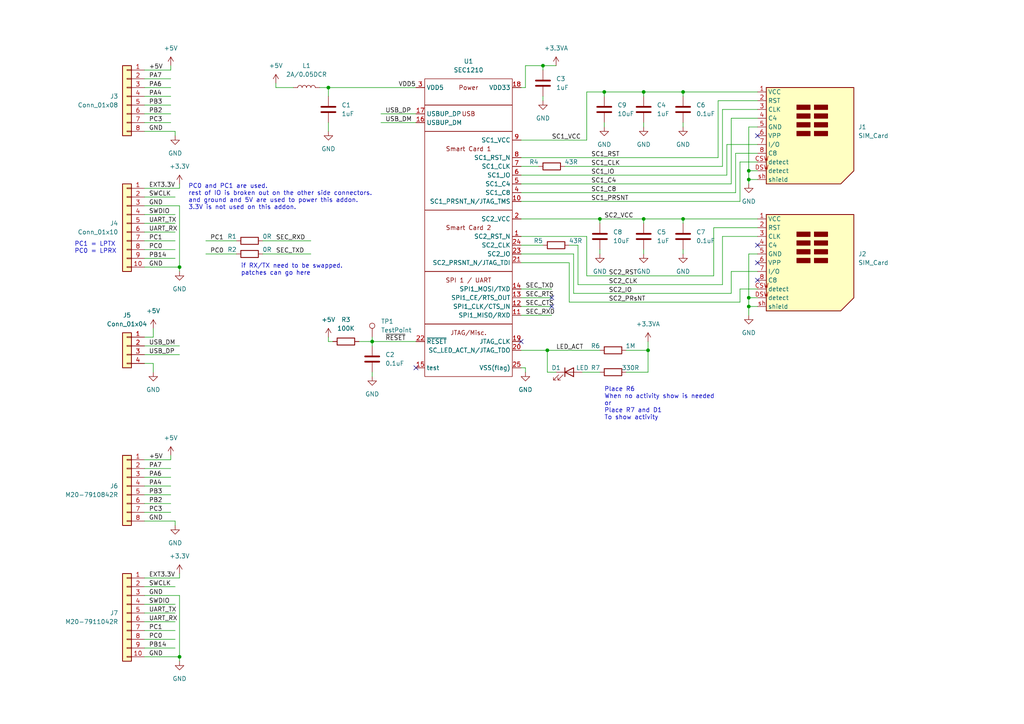
<source format=kicad_sch>
(kicad_sch (version 20231120) (generator "eeschema") (generator_version "8.0")
  (paper "A4")
  (title_block (title "NARD sam") (date "2023-01-27") (rev "1.0") (company "NARD") (comment 1 "SIM/SAM module reader/writer"))
  (lib_symbols
    (symbol "Connector:TestPoint" (pin_numbers hide) (pin_names (offset 0.762) hide)
      (property "Reference" "TP" (at 0 6.858 0))
      (property "Value" "TestPoint" (at 0 5.08 0))
      (symbol "TestPoint_0_1"
        (circle (center 0 3.302) (radius 0.762))
      )
      (symbol "TestPoint_1_1"
        (pin passive line (at 0 0 90) (length 2.54) (name "1") (number "1"))
      )
    )
    (symbol "Connector_Generic:Conn_01x04" (pin_names (offset 1.016) hide)
      (property "Reference" "J" (at 0 5.08 0))
      (property "Value" "Conn_01x04" (at 0 -7.62 0))
      (symbol "Conn_01x04_1_1"
        (rectangle (start -1.27 -4.953) (end 0 -5.207) (stroke (width 0.1524)))
        (rectangle (start -1.27 -2.413) (end 0 -2.667) (stroke (width 0.1524)))
        (rectangle (start -1.27 0.127) (end 0 -0.127) (stroke (width 0.1524)))
        (rectangle (start -1.27 2.667) (end 0 2.413) (stroke (width 0.1524)))
        (rectangle (start -1.27 3.81) (end 1.27 -6.35) (stroke (width 0.254)) (fill (type background)))
        (pin passive line (at -5.08 2.54 0) (length 3.81) (name "Pin_1") (number "1"))
        (pin passive line (at -5.08 0 0) (length 3.81) (name "Pin_2") (number "2"))
        (pin passive line (at -5.08 -2.54 0) (length 3.81) (name "Pin_3") (number "3"))
        (pin passive line (at -5.08 -5.08 0) (length 3.81) (name "Pin_4") (number "4"))
      )
    )
    (symbol "Connector_Generic:Conn_01x08" (pin_names (offset 1.016) hide)
      (property "Reference" "J" (at 0 10.16 0))
      (property "Value" "Conn_01x08" (at 0 -12.7 0))
      (symbol "Conn_01x08_1_1"
        (rectangle (start -1.27 -10.033) (end 0 -10.287) (stroke (width 0.1524)))
        (rectangle (start -1.27 -7.493) (end 0 -7.747) (stroke (width 0.1524)))
        (rectangle (start -1.27 -4.953) (end 0 -5.207) (stroke (width 0.1524)))
        (rectangle (start -1.27 -2.413) (end 0 -2.667) (stroke (width 0.1524)))
        (rectangle (start -1.27 0.127) (end 0 -0.127) (stroke (width 0.1524)))
        (rectangle (start -1.27 2.667) (end 0 2.413) (stroke (width 0.1524)))
        (rectangle (start -1.27 5.207) (end 0 4.953) (stroke (width 0.1524)))
        (rectangle (start -1.27 7.747) (end 0 7.493) (stroke (width 0.1524)))
        (rectangle (start -1.27 8.89) (end 1.27 -11.43) (stroke (width 0.254)) (fill (type background)))
        (pin passive line (at -5.08 7.62 0) (length 3.81) (name "Pin_1") (number "1"))
        (pin passive line (at -5.08 5.08 0) (length 3.81) (name "Pin_2") (number "2"))
        (pin passive line (at -5.08 2.54 0) (length 3.81) (name "Pin_3") (number "3"))
        (pin passive line (at -5.08 0 0) (length 3.81) (name "Pin_4") (number "4"))
        (pin passive line (at -5.08 -2.54 0) (length 3.81) (name "Pin_5") (number "5"))
        (pin passive line (at -5.08 -5.08 0) (length 3.81) (name "Pin_6") (number "6"))
        (pin passive line (at -5.08 -7.62 0) (length 3.81) (name "Pin_7") (number "7"))
        (pin passive line (at -5.08 -10.16 0) (length 3.81) (name "Pin_8") (number "8"))
      )
    )
    (symbol "Connector_Generic:Conn_01x10" (pin_names (offset 1.016) hide)
      (property "Reference" "J" (at 0 12.7 0))
      (property "Value" "Conn_01x10" (at 0 -15.24 0))
      (symbol "Conn_01x10_1_1"
        (rectangle (start -1.27 -12.573) (end 0 -12.827) (stroke (width 0.1524)))
        (rectangle (start -1.27 -10.033) (end 0 -10.287) (stroke (width 0.1524)))
        (rectangle (start -1.27 -7.493) (end 0 -7.747) (stroke (width 0.1524)))
        (rectangle (start -1.27 -4.953) (end 0 -5.207) (stroke (width 0.1524)))
        (rectangle (start -1.27 -2.413) (end 0 -2.667) (stroke (width 0.1524)))
        (rectangle (start -1.27 0.127) (end 0 -0.127) (stroke (width 0.1524)))
        (rectangle (start -1.27 2.667) (end 0 2.413) (stroke (width 0.1524)))
        (rectangle (start -1.27 5.207) (end 0 4.953) (stroke (width 0.1524)))
        (rectangle (start -1.27 7.747) (end 0 7.493) (stroke (width 0.1524)))
        (rectangle (start -1.27 10.287) (end 0 10.033) (stroke (width 0.1524)))
        (rectangle (start -1.27 11.43) (end 1.27 -13.97) (stroke (width 0.254)) (fill (type background)))
        (pin passive line (at -5.08 10.16 0) (length 3.81) (name "Pin_1") (number "1"))
        (pin passive line (at -5.08 -12.7 0) (length 3.81) (name "Pin_10") (number "10"))
        (pin passive line (at -5.08 7.62 0) (length 3.81) (name "Pin_2") (number "2"))
        (pin passive line (at -5.08 5.08 0) (length 3.81) (name "Pin_3") (number "3"))
        (pin passive line (at -5.08 2.54 0) (length 3.81) (name "Pin_4") (number "4"))
        (pin passive line (at -5.08 0 0) (length 3.81) (name "Pin_5") (number "5"))
        (pin passive line (at -5.08 -2.54 0) (length 3.81) (name "Pin_6") (number "6"))
        (pin passive line (at -5.08 -5.08 0) (length 3.81) (name "Pin_7") (number "7"))
        (pin passive line (at -5.08 -7.62 0) (length 3.81) (name "Pin_8") (number "8"))
        (pin passive line (at -5.08 -10.16 0) (length 3.81) (name "Pin_9") (number "9"))
      )
    )
    (symbol "Device:C" (pin_numbers hide) (pin_names (offset 0.254))
      (property "Reference" "C" (at 0.635 2.54 0))
      (property "Value" "C" (at 0.635 -2.54 0))
      (symbol "C_0_1"
        (polyline (pts (xy -2.032 -0.762) (xy 2.032 -0.762)) (stroke (width 0.508)))
        (polyline (pts (xy -2.032 0.762) (xy 2.032 0.762)) (stroke (width 0.508)))
      )
      (symbol "C_1_1"
        (pin passive line (at 0 3.81 270) (length 2.794) (name "~") (number "1"))
        (pin passive line (at 0 -3.81 90) (length 2.794) (name "~") (number "2"))
      )
    )
    (symbol "Device:L" (pin_numbers hide) (pin_names (offset 1.016) hide)
      (property "Reference" "L" (at -1.27 0 90))
      (property "Value" "L" (at 1.905 0 90))
      (symbol "L_0_1"
        (arc (start 0 -2.54) (mid 0.6323 -1.905) (end 0 -1.27))
        (arc (start 0 -1.27) (mid 0.6323 -0.635) (end 0 0))
        (arc (start 0 0) (mid 0.6323 0.635) (end 0 1.27))
        (arc (start 0 1.27) (mid 0.6323 1.905) (end 0 2.54))
      )
      (symbol "L_1_1"
        (pin passive line (at 0 3.81 270) (length 1.27) (name "1") (number "1"))
        (pin passive line (at 0 -3.81 90) (length 1.27) (name "2") (number "2"))
      )
    )
    (symbol "Device:LED" (pin_numbers hide) (pin_names (offset 1.016) hide)
      (property "Reference" "D" (at 0 2.54 0))
      (property "Value" "LED" (at 0 -2.54 0))
      (symbol "LED_0_1"
        (polyline (pts (xy -1.27 -1.27) (xy -1.27 1.27)) (stroke (width 0.254)))
        (polyline (pts (xy -1.27 0) (xy 1.27 0)))
        (polyline (pts (xy 1.27 -1.27) (xy 1.27 1.27) (xy -1.27 0) (xy 1.27 -1.27)) (stroke (width 0.254)))
        (polyline (pts (xy -3.048 -0.762) (xy -4.572 -2.286) (xy -3.81 -2.286) (xy -4.572 -2.286) (xy -4.572 -1.524)))
        (polyline (pts (xy -1.778 -0.762) (xy -3.302 -2.286) (xy -2.54 -2.286) (xy -3.302 -2.286) (xy -3.302 -1.524)))
      )
      (symbol "LED_1_1"
        (pin passive line (at -3.81 0 0) (length 2.54) (name "K") (number "1"))
        (pin passive line (at 3.81 0 180) (length 2.54) (name "A") (number "2"))
      )
    )
    (symbol "Device:R" (pin_numbers hide) (pin_names (offset 0))
      (property "Reference" "R" (at 2.032 0 90))
      (property "Value" "R" (at 0 0 90))
      (symbol "R_0_1"
        (rectangle (start -1.016 -2.54) (end 1.016 2.54) (stroke (width 0.254)))
      )
      (symbol "R_1_1"
        (pin passive line (at 0 3.81 270) (length 1.27) (name "~") (number "1"))
        (pin passive line (at 0 -3.81 90) (length 1.27) (name "~") (number "2"))
      )
    )
    (symbol "SIM_Card_1"
      (property "Reference" "J" (at -2.54 12.7 0))
      (property "Value" "SIM_Card_1" (at -1.27 10.16 0))
      (symbol "SIM_Card_1_0_1"
        (rectangle (start -1.27 -3.81) (end 2.54 -5.08) (stroke (width 0.254)) (fill (type outline)))
        (rectangle (start -1.27 -2.54) (end 2.54 -1.27) (stroke (width 0.254)) (fill (type outline)))
        (rectangle (start -1.27 0) (end 2.54 1.27) (stroke (width 0.254)) (fill (type outline)))
        (rectangle (start -1.27 2.54) (end 2.54 3.81) (stroke (width 0.254)) (fill (type outline)))
        (polyline (pts (xy -10.16 8.89) (xy 15.24 8.89) (xy 15.24 -15.24) (xy 11.43 -19.05) (xy -10.16 -19.05) (xy -10.16 8.89)) (stroke (width 0.254)) (fill (type background)))
        (rectangle (start 3.81 -3.81) (end 7.62 -5.08) (stroke (width 0.254)) (fill (type outline)))
        (rectangle (start 3.81 -1.27) (end 7.62 -2.54) (stroke (width 0.254)) (fill (type outline)))
        (rectangle (start 3.81 0) (end 7.62 1.27) (stroke (width 0.254)) (fill (type outline)))
        (rectangle (start 3.81 2.54) (end 7.62 3.81) (stroke (width 0.254)) (fill (type outline)))
      )
      (symbol "SIM_Card_1_1_1"
        (pin power_in line (at -12.7 7.62 0) (length 2.54) (name "VCC") (number "1"))
        (pin input line (at -12.7 5.08 0) (length 2.54) (name "RST") (number "2"))
        (pin input line (at -12.7 2.54 0) (length 2.54) (name "CLK") (number "3"))
        (pin bidirectional line (at -12.7 0 0) (length 2.54) (name "C4") (number "4"))
        (pin power_in line (at -12.7 -2.54 0) (length 2.54) (name "GND") (number "5"))
        (pin input line (at -12.7 -5.08 0) (length 2.54) (name "VPP") (number "6"))
        (pin bidirectional line (at -12.7 -7.62 0) (length 2.54) (name "I/O") (number "7"))
        (pin bidirectional line (at -12.7 -10.16 0) (length 2.54) (name "C8") (number "8"))
        (pin passive line (at -12.7 -12.7 0) (length 2.54) (name "detect") (number "CSW"))
        (pin passive line (at -12.7 -15.24 0) (length 2.54) (name "detect") (number "DSW"))
        (pin passive line (at -12.7 -17.78 0) (length 2.54) (name "shield") (number "sh"))
      )
    )
    (symbol "nard_sam:SEC1210"
      (property "Reference" "U" (at 0 1.27 0))
      (property "Value" "SEC1210" (at 0 -5.08 0))
      (symbol "SEC1210_0_0"
        (rectangle (start -12.7 -71.12) (end 12.7 -86.36))
        (rectangle (start -12.7 -55.88) (end 12.7 -71.12))
        (rectangle (start -12.7 -38.1) (end 12.7 -55.88))
        (rectangle (start -12.7 -15.24) (end 12.7 -38.1))
        (rectangle (start -12.7 -7.62) (end 12.7 -15.24))
        (rectangle (start -12.7 0) (end 12.7 -7.62))
        (text "JTAG/Misc." (at 0 -73.66 0) (effects (font (size 1.27 1.27))))
        (text "Power" (at 0 -2.54 0) (effects (font (size 1.27 1.27))))
        (text "Smart Card 1" (at 0 -20.32 0) (effects (font (size 1.27 1.27))))
        (text "Smart Card 2" (at 0 -43.18 0) (effects (font (size 1.27 1.27))))
        (text "SPI 1 / UART" (at 0 -58.42 0) (effects (font (size 1.27 1.27))))
        (text "USB" (at 0 -10.16 0) (effects (font (size 1.27 1.27))))
      )
      (symbol "SEC1210_1_1"
        (pin passive line (at 15.24 -45.72 180) (length 2.54) (name "SC2_RST_N") (number "1"))
        (pin passive line (at 15.24 -35.56 180) (length 2.54) (name "SC1_PRSNT_N/JTAG_TMS") (number "10"))
        (pin passive line (at 15.24 -68.58 180) (length 2.54) (name "SPI1_MISO/RXD") (number "11"))
        (pin passive line (at 15.24 -66.04 180) (length 2.54) (name "SPI1_CLK/CTS_IN") (number "12"))
        (pin passive line (at 15.24 -63.5 180) (length 2.54) (name "SPI1_CE/RTS_OUT") (number "13"))
        (pin passive line (at 15.24 -60.96 180) (length 2.54) (name "SPI1_MOSI/TXD") (number "14"))
        (pin input line (at -15.24 -83.82 0) (length 2.54) (name "test") (number "15"))
        (pin passive line (at -15.24 -12.7 0) (length 2.54) (name "USBUP_DM") (number "16"))
        (pin passive line (at -15.24 -10.16 0) (length 2.54) (name "USBUP_DP") (number "17"))
        (pin power_in line (at 15.24 -2.54 180) (length 2.54) (name "VDD33") (number "18"))
        (pin passive line (at 15.24 -76.2 180) (length 2.54) (name "JTAG_CLK") (number "19"))
        (pin power_out line (at 15.24 -40.64 180) (length 2.54) (name "SC2_VCC") (number "2"))
        (pin passive line (at 15.24 -78.74 180) (length 2.54) (name "SC_LED_ACT_N/JTAG_TDO") (number "20"))
        (pin passive line (at 15.24 -53.34 180) (length 2.54) (name "SC2_PRSNT_N/JTAG_TDI") (number "21"))
        (pin passive line (at -15.24 -76.2 0) (length 2.54) (name "~{RESET}") (number "22"))
        (pin passive line (at 15.24 -50.8 180) (length 2.54) (name "SC2_IO") (number "23"))
        (pin passive line (at 15.24 -48.26 180) (length 2.54) (name "SC2_CLK") (number "24"))
        (pin power_in line (at 15.24 -83.82 180) (length 2.54) (name "VSS(flag)") (number "25"))
        (pin power_in line (at -15.24 -2.54 0) (length 2.54) (name "VDD5") (number "3"))
        (pin passive line (at 15.24 -33.02 180) (length 2.54) (name "SC1_C8") (number "4"))
        (pin passive line (at 15.24 -30.48 180) (length 2.54) (name "SC1_C4") (number "5"))
        (pin passive line (at 15.24 -27.94 180) (length 2.54) (name "SC1_IO") (number "6"))
        (pin passive line (at 15.24 -25.4 180) (length 2.54) (name "SC1_CLK") (number "7"))
        (pin passive line (at 15.24 -22.86 180) (length 2.54) (name "SC1_RST_N") (number "8"))
        (pin power_out line (at 15.24 -17.78 180) (length 2.54) (name "SC1_VCC") (number "9"))
      )
    )
    (symbol "nard_sam:SIM_Card"
      (property "Reference" "J" (at -2.54 12.7 0))
      (property "Value" "SIM_Card" (at -1.27 10.16 0))
      (symbol "SIM_Card_0_1"
        (rectangle (start -1.27 -3.81) (end 2.54 -5.08) (stroke (width 0.254)) (fill (type outline)))
        (rectangle (start -1.27 -2.54) (end 2.54 -1.27) (stroke (width 0.254)) (fill (type outline)))
        (rectangle (start -1.27 0) (end 2.54 1.27) (stroke (width 0.254)) (fill (type outline)))
        (rectangle (start -1.27 2.54) (end 2.54 3.81) (stroke (width 0.254)) (fill (type outline)))
        (polyline (pts (xy -10.16 8.89) (xy 15.24 8.89) (xy 15.24 -15.24) (xy 11.43 -19.05) (xy -10.16 -19.05) (xy -10.16 8.89)) (stroke (width 0.254)) (fill (type background)))
        (rectangle (start 3.81 -3.81) (end 7.62 -5.08) (stroke (width 0.254)) (fill (type outline)))
        (rectangle (start 3.81 -1.27) (end 7.62 -2.54) (stroke (width 0.254)) (fill (type outline)))
        (rectangle (start 3.81 0) (end 7.62 1.27) (stroke (width 0.254)) (fill (type outline)))
        (rectangle (start 3.81 2.54) (end 7.62 3.81) (stroke (width 0.254)) (fill (type outline)))
      )
      (symbol "SIM_Card_1_1"
        (pin power_in line (at -12.7 7.62 0) (length 2.54) (name "VCC") (number "1"))
        (pin input line (at -12.7 5.08 0) (length 2.54) (name "RST") (number "2"))
        (pin input line (at -12.7 2.54 0) (length 2.54) (name "CLK") (number "3"))
        (pin bidirectional line (at -12.7 0 0) (length 2.54) (name "C4") (number "4"))
        (pin power_in line (at -12.7 -2.54 0) (length 2.54) (name "GND") (number "5"))
        (pin input line (at -12.7 -5.08 0) (length 2.54) (name "VPP") (number "6"))
        (pin bidirectional line (at -12.7 -7.62 0) (length 2.54) (name "I/O") (number "7"))
        (pin bidirectional line (at -12.7 -10.16 0) (length 2.54) (name "C8") (number "8"))
        (pin passive line (at -12.7 -12.7 0) (length 2.54) (name "detect") (number "CSW"))
        (pin passive line (at -12.7 -15.24 0) (length 2.54) (name "detect") (number "DSW"))
        (pin passive line (at -12.7 -17.78 0) (length 2.54) (name "shield") (number "sh"))
      )
    )
    (symbol "power:+3.3V" (power) (pin_names (offset 0))
      (property "Value" "+3.3V" (at 0 3.556 0))
      (symbol "+3.3V_0_1"
        (polyline (pts (xy -0.762 1.27) (xy 0 2.54)))
        (polyline (pts (xy 0 0) (xy 0 2.54)))
        (polyline (pts (xy 0 2.54) (xy 0.762 1.27)))
      )
      (symbol "+3.3V_1_1"
        (pin power_in line (at 0 0 90) (length 0) hide (name "+3.3V") (number "1"))
      )
    )
    (symbol "power:+3.3VA" (power) (pin_names (offset 0))
      (property "Value" "+3.3VA" (at 0 3.556 0))
      (symbol "+3.3VA_0_1"
        (polyline (pts (xy -0.762 1.27) (xy 0 2.54)))
        (polyline (pts (xy 0 0) (xy 0 2.54)))
        (polyline (pts (xy 0 2.54) (xy 0.762 1.27)))
      )
      (symbol "+3.3VA_1_1"
        (pin power_in line (at 0 0 90) (length 0) hide (name "+3.3VA") (number "1"))
      )
    )
    (symbol "power:+5V" (power) (pin_names (offset 0))
      (property "Value" "+5V" (at 0 3.556 0))
      (symbol "+5V_0_1"
        (polyline (pts (xy -0.762 1.27) (xy 0 2.54)))
        (polyline (pts (xy 0 0) (xy 0 2.54)))
        (polyline (pts (xy 0 2.54) (xy 0.762 1.27)))
      )
      (symbol "+5V_1_1"
        (pin power_in line (at 0 0 90) (length 0) hide (name "+5V") (number "1"))
      )
    )
    (symbol "power:GND" (power) (pin_names (offset 0))
      (property "Value" "GND" (at 0 -3.81 0))
      (symbol "GND_0_1"
        (polyline (pts (xy 0 0) (xy 0 -1.27) (xy 1.27 -1.27) (xy 0 -2.54) (xy -1.27 -1.27) (xy 0 -1.27)))
      )
      (symbol "GND_1_1"
        (pin power_in line (at 0 0 270) (length 0) hide (name "GND") (number "1"))
      )
    )
  )
  (junction (at 187.96 101.6))
  (junction (at 217.17 88.9))
  (junction (at 173.99 63.5))
  (junction (at 52.07 190.5))
  (junction (at 217.17 86.36))
  (junction (at 217.17 49.53))
  (junction (at 157.48 19.05))
  (junction (at 95.25 25.4))
  (junction (at 186.69 63.5))
  (junction (at 175.26 26.67))
  (junction (at 52.07 77.47))
  (junction (at 158.75 101.6))
  (junction (at 198.12 26.67))
  (junction (at 107.95 99.06))
  (junction (at 198.12 63.5))
  (junction (at 217.17 52.07))
  (junction (at 186.69 26.67))
  (no_connect (at 219.71 81.28))
  (no_connect (at 120.65 106.68))
  (no_connect (at 160.02 86.36))
  (no_connect (at 219.71 76.2))
  (no_connect (at 160.02 88.9))
  (no_connect (at 219.71 71.12))
  (no_connect (at 151.13 99.06))
  (no_connect (at 219.71 39.37))
  (wire (pts (xy 217.17 91.44) (xy 217.17 88.9)))
  (wire (pts (xy 41.91 59.69) (xy 52.07 59.69)))
  (wire (pts (xy 187.96 101.6) (xy 187.96 107.95)))
  (wire (pts (xy 104.14 99.06) (xy 107.95 99.06)))
  (wire (pts (xy 175.26 26.67) (xy 186.69 26.67)))
  (wire (pts (xy 41.91 67.31) (xy 50.8 67.31)))
  (wire (pts (xy 210.82 41.91) (xy 219.71 41.91)))
  (wire (pts (xy 198.12 72.39) (xy 198.12 73.66)))
  (wire (pts (xy 170.18 26.67) (xy 170.18 40.64)))
  (wire (pts (xy 41.91 97.79) (xy 44.45 97.79)))
  (wire (pts (xy 52.07 77.47) (xy 52.07 78.74)))
  (wire (pts (xy 186.69 35.56) (xy 186.69 36.83)))
  (wire (pts (xy 151.13 91.44) (xy 160.02 91.44)))
  (wire (pts (xy 212.09 85.09) (xy 166.37 85.09)))
  (wire (pts (xy 167.64 82.55) (xy 209.55 82.55)))
  (wire (pts (xy 210.82 50.8) (xy 210.82 41.91)))
  (wire (pts (xy 151.13 45.72) (xy 208.28 45.72)))
  (wire (pts (xy 41.91 177.8) (xy 50.8 177.8)))
  (wire (pts (xy 217.17 53.34) (xy 217.17 52.07)))
  (wire (pts (xy 85.09 25.4) (xy 80.01 25.4)))
  (wire (pts (xy 107.95 99.06) (xy 120.65 99.06)))
  (wire (pts (xy 41.91 64.77) (xy 50.8 64.77)))
  (wire (pts (xy 151.13 50.8) (xy 210.82 50.8)))
  (wire (pts (xy 41.91 74.93) (xy 50.8 74.93)))
  (wire (pts (xy 44.45 97.79) (xy 44.45 95.25)))
  (wire (pts (xy 41.91 77.47) (xy 52.07 77.47)))
  (wire (pts (xy 165.1 87.63) (xy 214.63 87.63)))
  (wire (pts (xy 41.91 185.42) (xy 50.8 185.42)))
  (wire (pts (xy 41.91 143.51) (xy 49.53 143.51)))
  (wire (pts (xy 158.75 101.6) (xy 173.99 101.6)))
  (wire (pts (xy 157.48 20.32) (xy 157.48 19.05)))
  (wire (pts (xy 214.63 46.99) (xy 214.63 58.42)))
  (wire (pts (xy 76.2 73.66) (xy 90.17 73.66)))
  (wire (pts (xy 151.13 58.42) (xy 214.63 58.42)))
  (wire (pts (xy 212.09 53.34) (xy 212.09 34.29)))
  (wire (pts (xy 41.91 172.72) (xy 52.07 172.72)))
  (wire (pts (xy 41.91 27.94) (xy 49.53 27.94)))
  (wire (pts (xy 175.26 26.67) (xy 175.26 27.94)))
  (wire (pts (xy 41.91 20.32) (xy 49.53 20.32)))
  (wire (pts (xy 217.17 36.83) (xy 219.71 36.83)))
  (wire (pts (xy 152.4 19.05) (xy 152.4 25.4)))
  (wire (pts (xy 217.17 88.9) (xy 219.71 88.9)))
  (wire (pts (xy 110.49 35.56) (xy 120.65 35.56)))
  (wire (pts (xy 186.69 26.67) (xy 198.12 26.67)))
  (wire (pts (xy 107.95 99.06) (xy 107.95 100.33)))
  (wire (pts (xy 52.07 54.61) (xy 52.07 53.34)))
  (wire (pts (xy 41.91 148.59) (xy 49.53 148.59)))
  (wire (pts (xy 173.99 63.5) (xy 173.99 64.77)))
  (wire (pts (xy 173.99 72.39) (xy 173.99 73.66)))
  (wire (pts (xy 173.99 63.5) (xy 186.69 63.5)))
  (wire (pts (xy 217.17 86.36) (xy 219.71 86.36)))
  (wire (pts (xy 168.91 107.95) (xy 173.99 107.95)))
  (wire (pts (xy 52.07 167.64) (xy 52.07 166.37)))
  (wire (pts (xy 158.75 107.95) (xy 158.75 101.6)))
  (wire (pts (xy 76.2 69.85) (xy 90.17 69.85)))
  (wire (pts (xy 41.91 35.56) (xy 49.53 35.56)))
  (wire (pts (xy 181.61 107.95) (xy 187.96 107.95)))
  (wire (pts (xy 41.91 102.87) (xy 52.07 102.87)))
  (wire (pts (xy 41.91 100.33) (xy 52.07 100.33)))
  (wire (pts (xy 151.13 68.58) (xy 170.18 68.58)))
  (wire (pts (xy 41.91 138.43) (xy 49.53 138.43)))
  (wire (pts (xy 41.91 167.64) (xy 52.07 167.64)))
  (wire (pts (xy 151.13 88.9) (xy 160.02 88.9)))
  (wire (pts (xy 209.55 68.58) (xy 219.71 68.58)))
  (wire (pts (xy 151.13 63.5) (xy 173.99 63.5)))
  (wire (pts (xy 41.91 30.48) (xy 49.53 30.48)))
  (wire (pts (xy 214.63 83.82) (xy 214.63 87.63)))
  (wire (pts (xy 217.17 86.36) (xy 217.17 73.66)))
  (wire (pts (xy 208.28 29.21) (xy 208.28 45.72)))
  (wire (pts (xy 157.48 19.05) (xy 161.29 19.05)))
  (wire (pts (xy 207.01 66.04) (xy 207.01 80.01)))
  (wire (pts (xy 186.69 64.77) (xy 186.69 63.5)))
  (wire (pts (xy 213.36 44.45) (xy 219.71 44.45)))
  (wire (pts (xy 41.91 133.35) (xy 49.53 133.35)))
  (wire (pts (xy 50.8 151.13) (xy 50.8 152.4)))
  (wire (pts (xy 95.25 25.4) (xy 120.65 25.4)))
  (wire (pts (xy 181.61 101.6) (xy 187.96 101.6)))
  (wire (pts (xy 161.29 107.95) (xy 158.75 107.95)))
  (wire (pts (xy 151.13 101.6) (xy 158.75 101.6)))
  (wire (pts (xy 219.71 46.99) (xy 214.63 46.99)))
  (wire (pts (xy 41.91 54.61) (xy 52.07 54.61)))
  (wire (pts (xy 217.17 52.07) (xy 219.71 52.07)))
  (wire (pts (xy 213.36 55.88) (xy 213.36 44.45)))
  (wire (pts (xy 165.1 71.12) (xy 167.64 71.12)))
  (wire (pts (xy 217.17 49.53) (xy 219.71 49.53)))
  (wire (pts (xy 151.13 25.4) (xy 152.4 25.4)))
  (wire (pts (xy 198.12 63.5) (xy 219.71 63.5)))
  (wire (pts (xy 41.91 25.4) (xy 49.53 25.4)))
  (wire (pts (xy 157.48 27.94) (xy 157.48 29.21)))
  (wire (pts (xy 49.53 20.32) (xy 49.53 19.05)))
  (wire (pts (xy 151.13 76.2) (xy 165.1 76.2)))
  (wire (pts (xy 209.55 31.75) (xy 219.71 31.75)))
  (wire (pts (xy 44.45 105.41) (xy 44.45 107.95)))
  (wire (pts (xy 59.69 69.85) (xy 68.58 69.85)))
  (wire (pts (xy 52.07 190.5) (xy 52.07 191.77)))
  (wire (pts (xy 49.53 133.35) (xy 49.53 132.08)))
  (wire (pts (xy 212.09 34.29) (xy 219.71 34.29)))
  (wire (pts (xy 41.91 57.15) (xy 50.8 57.15)))
  (wire (pts (xy 41.91 135.89) (xy 49.53 135.89)))
  (wire (pts (xy 219.71 66.04) (xy 207.01 66.04)))
  (wire (pts (xy 217.17 73.66) (xy 219.71 73.66)))
  (wire (pts (xy 41.91 38.1) (xy 50.8 38.1)))
  (wire (pts (xy 41.91 175.26) (xy 50.8 175.26)))
  (wire (pts (xy 41.91 33.02) (xy 49.53 33.02)))
  (wire (pts (xy 107.95 97.79) (xy 107.95 99.06)))
  (wire (pts (xy 209.55 48.26) (xy 209.55 31.75)))
  (wire (pts (xy 50.8 38.1) (xy 50.8 39.37)))
  (wire (pts (xy 41.91 187.96) (xy 50.8 187.96)))
  (wire (pts (xy 151.13 53.34) (xy 212.09 53.34)))
  (wire (pts (xy 166.37 85.09) (xy 166.37 73.66)))
  (wire (pts (xy 41.91 22.86) (xy 49.53 22.86)))
  (wire (pts (xy 186.69 63.5) (xy 198.12 63.5)))
  (wire (pts (xy 152.4 106.68) (xy 152.4 107.95)))
  (wire (pts (xy 41.91 140.97) (xy 49.53 140.97)))
  (wire (pts (xy 92.71 25.4) (xy 95.25 25.4)))
  (wire (pts (xy 107.95 107.95) (xy 107.95 109.22)))
  (wire (pts (xy 198.12 26.67) (xy 198.12 27.94)))
  (wire (pts (xy 152.4 19.05) (xy 157.48 19.05)))
  (wire (pts (xy 217.17 49.53) (xy 217.17 36.83)))
  (wire (pts (xy 151.13 83.82) (xy 160.02 83.82)))
  (wire (pts (xy 41.91 180.34) (xy 50.8 180.34)))
  (wire (pts (xy 217.17 52.07) (xy 217.17 49.53)))
  (wire (pts (xy 151.13 106.68) (xy 152.4 106.68)))
  (wire (pts (xy 217.17 88.9) (xy 217.17 86.36)))
  (wire (pts (xy 59.69 73.66) (xy 68.58 73.66)))
  (wire (pts (xy 41.91 146.05) (xy 49.53 146.05)))
  (wire (pts (xy 219.71 83.82) (xy 214.63 83.82)))
  (wire (pts (xy 52.07 59.69) (xy 52.07 77.47)))
  (wire (pts (xy 175.26 35.56) (xy 175.26 36.83)))
  (wire (pts (xy 151.13 55.88) (xy 213.36 55.88)))
  (wire (pts (xy 95.25 27.94) (xy 95.25 25.4)))
  (wire (pts (xy 166.37 73.66) (xy 151.13 73.66)))
  (wire (pts (xy 41.91 170.18) (xy 50.8 170.18)))
  (wire (pts (xy 219.71 78.74) (xy 212.09 78.74)))
  (wire (pts (xy 219.71 29.21) (xy 208.28 29.21)))
  (wire (pts (xy 151.13 86.36) (xy 160.02 86.36)))
  (wire (pts (xy 163.83 48.26) (xy 209.55 48.26)))
  (wire (pts (xy 212.09 78.74) (xy 212.09 85.09)))
  (wire (pts (xy 170.18 26.67) (xy 175.26 26.67)))
  (wire (pts (xy 198.12 26.67) (xy 219.71 26.67)))
  (wire (pts (xy 96.52 99.06) (xy 95.25 99.06)))
  (wire (pts (xy 209.55 82.55) (xy 209.55 68.58)))
  (wire (pts (xy 167.64 71.12) (xy 167.64 82.55)))
  (wire (pts (xy 186.69 72.39) (xy 186.69 73.66)))
  (wire (pts (xy 41.91 105.41) (xy 44.45 105.41)))
  (wire (pts (xy 41.91 72.39) (xy 50.8 72.39)))
  (wire (pts (xy 198.12 35.56) (xy 198.12 36.83)))
  (wire (pts (xy 95.25 35.56) (xy 95.25 38.1)))
  (wire (pts (xy 41.91 182.88) (xy 50.8 182.88)))
  (wire (pts (xy 80.01 25.4) (xy 80.01 24.13)))
  (wire (pts (xy 170.18 80.01) (xy 170.18 68.58)))
  (wire (pts (xy 41.91 151.13) (xy 50.8 151.13)))
  (wire (pts (xy 198.12 63.5) (xy 198.12 64.77)))
  (wire (pts (xy 110.49 33.02) (xy 120.65 33.02)))
  (wire (pts (xy 95.25 99.06) (xy 95.25 97.79)))
  (wire (pts (xy 186.69 26.67) (xy 186.69 27.94)))
  (wire (pts (xy 52.07 172.72) (xy 52.07 190.5)))
  (wire (pts (xy 151.13 71.12) (xy 157.48 71.12)))
  (wire (pts (xy 151.13 48.26) (xy 156.21 48.26)))
  (wire (pts (xy 151.13 40.64) (xy 170.18 40.64)))
  (wire (pts (xy 41.91 190.5) (xy 52.07 190.5)))
  (wire (pts (xy 207.01 80.01) (xy 170.18 80.01)))
  (wire (pts (xy 187.96 99.06) (xy 187.96 101.6)))
  (wire (pts (xy 165.1 76.2) (xy 165.1 87.63)))
  (wire (pts (xy 41.91 62.23) (xy 50.8 62.23)))
  (wire (pts (xy 41.91 69.85) (xy 50.8 69.85)))
  (text "Place R6\nWhen no activity show is needed\nor\nPlace R7 and D1\nTo show activity" (at 175.26 121.92 0) (effects (font (size 1.27 1.27)) (justify left bottom)))
  (text "PC1 = LPTX\nPC0 = LPRX" (at 21.59 73.66 0) (effects (font (size 1.27 1.27)) (justify left bottom)))
  (text "if RX/TX need to be swapped.\npatches can go here\n" (at 69.85 80.01 0) (effects (font (size 1.27 1.27)) (justify left bottom)))
  (text "PC0 and PC1 are used.\nrest of IO is broken out on the other side connectors.\nand ground and 5V are used to power this addon.\n3.3V is not used on this addon." (at 54.61 60.96 0) (effects (font (size 1.27 1.27)) (justify left bottom)))
  (label "PA6" (at 43.18 138.43 0))
  (label "SC2_PRsNT" (at 176.53 87.63 0))
  (label "~{RESET}" (at 111.76 99.06 0))
  (label "SC1_C8" (at 171.45 55.88 0))
  (label "GND" (at 43.18 38.1 0))
  (label "GND" (at 43.18 59.69 0))
  (label "SC1_RST" (at 171.45 45.72 0))
  (label "SEC_TXD" (at 80.01 73.66 0))
  (label "PA7" (at 43.18 22.86 0))
  (label "LED_ACT" (at 161.29 101.6 0))
  (label "VDD5" (at 115.57 25.4 0))
  (label "PC1" (at 60.96 69.85 0))
  (label "USB_DM" (at 43.18 100.33 0))
  (label "GND" (at 43.18 172.72 0))
  (label "SC2_VCC" (at 175.26 63.5 0))
  (label "SEC_CTS" (at 152.4 88.9 0))
  (label "SC1_PRSNT" (at 171.45 58.42 0))
  (label "PC3" (at 43.18 148.59 0))
  (label "SC1_VCC" (at 160.02 40.64 0))
  (label "PB3" (at 43.18 30.48 0))
  (label "PC0" (at 43.18 185.42 0))
  (label "UART_RX" (at 43.18 67.31 0))
  (label "SWDIO" (at 43.18 62.23 0))
  (label "UART_TX" (at 43.18 64.77 0))
  (label "UART_RX" (at 43.18 180.34 0))
  (label "PA4" (at 43.18 27.94 0))
  (label "SWDIO" (at 43.18 175.26 0))
  (label "PB14" (at 43.18 74.93 0))
  (label "SC1_CLK" (at 171.45 48.26 0))
  (label "PC0" (at 43.18 72.39 0))
  (label "USB_DM" (at 111.76 35.56 0))
  (label "GND" (at 43.18 190.5 0))
  (label "SC1_IO" (at 171.45 50.8 0))
  (label "UART_TX" (at 43.18 177.8 0))
  (label "GND" (at 43.18 77.47 0))
  (label "SWCLK" (at 43.18 57.15 0))
  (label "USB_DP" (at 111.76 33.02 0))
  (label "PB2" (at 43.18 33.02 0))
  (label "PC3" (at 43.18 35.56 0))
  (label "PC1" (at 43.18 69.85 0))
  (label "SC2_RST" (at 176.53 80.01 0))
  (label "SWCLK" (at 43.18 170.18 0))
  (label "PA4" (at 43.18 140.97 0))
  (label "GND" (at 43.18 151.13 0))
  (label "PC1" (at 43.18 182.88 0))
  (label "PB14" (at 43.18 187.96 0))
  (label "SC1_C4" (at 171.45 53.34 0))
  (label "SEC_RXD" (at 80.01 69.85 0))
  (label "+5V" (at 43.18 133.35 0))
  (label "PA7" (at 43.18 135.89 0))
  (label "SEC_RTS" (at 152.4 86.36 0))
  (label "PC0" (at 60.96 73.66 0))
  (label "PB3" (at 43.18 143.51 0))
  (label "PB2" (at 43.18 146.05 0))
  (label "SEC_TXD" (at 152.4 83.82 0))
  (label "EXT3.3V" (at 43.18 167.64 0))
  (label "USB_DP" (at 43.18 102.87 0))
  (label "SEC_RXD" (at 152.4 91.44 0))
  (label "+5V" (at 43.18 20.32 0))
  (label "PA6" (at 43.18 25.4 0))
  (label "EXT3.3V" (at 43.18 54.61 0))
  (label "SC2_CLK" (at 176.53 82.55 0))
  (label "SC2_IO" (at 176.53 85.09 0))
  (symbol (lib_name "SIM_Card_1") (lib_id "nard_sam:SIM_Card") (at 232.41 34.29 0) (unit 1)
    (property "Reference" "J1" (at 248.92 36.8299 0) (effects (justify left)))
    (property "Value" "SIM_Card" (at 248.92 39.3699 0) (effects (justify left)))
    (property "Footprint" "nard_sam:mixed_sim_sam_card_holder" (effects (hide yes)))
    (property "Datasheet" "https://www.attend.com.tw/data/download/file/115J-BCO0.pdf" (effects (hide yes)))
    (property "JLCPCB Part #" "C5174695" (effects (hide yes)))
  )
  (symbol (lib_id "Device:C") (at 107.95 104.14 0) (unit 1)
    (property "Reference" "C2" (at 111.76 102.8699 0) (effects (justify left)))
    (property "Value" "0.1uF" (at 111.76 105.4099 0) (effects (justify left)))
    (property "Footprint" "Capacitor_SMD:C_0402_1005Metric" (effects (hide yes)))
    (property "type" "GRM155R61A104KA01D" (effects (hide yes)))
    (property "spec" "0.1uF 10V 10% X5R" (effects (hide yes)))
    (property "JLCPCB Part #" "C169292" (effects (hide yes)))
  )
  (symbol (lib_id "power:GND") (at 95.25 38.1 0) (unit 1)
    (property "Reference" "#PWR08" (effects (hide yes)))
    (property "Value" "GND" (at 95.25 43.18 0))
  )
  (symbol (lib_id "Device:C") (at 173.99 68.58 0) (unit 1)
    (property "Reference" "C8" (at 177.8 67.3099 0) (effects (justify left)))
    (property "Value" "10uF" (at 177.8 69.8499 0) (effects (justify left)))
    (property "Footprint" "Capacitor_SMD:C_0402_1005Metric" (effects (hide yes)))
    (property "type" "CL05A106MP6NUN8" (effects (hide yes)))
    (property "spec" "10uF 10V 10% X5R" (effects (hide yes)))
    (property "JLCPCB Part #" "C3902158" (effects (hide yes)))
  )
  (symbol (lib_id "power:GND") (at 217.17 53.34 0) (unit 1)
    (property "Reference" "#PWR019" (effects (hide yes)))
    (property "Value" "GND" (at 217.17 58.42 0))
  )
  (symbol (lib_id "Device:L") (at 88.9 25.4 90) (unit 1)
    (property "Reference" "L1" (at 88.9 19.05 90))
    (property "Value" "2A/0.05DCR" (at 88.9 21.59 90))
    (property "Footprint" "Inductor_SMD:L_0603_1608Metric" (effects (hide yes)))
    (property "type" "BLM18EG221SN1D" (effects (hide yes)))
    (property "JLCPCB Part #" "C85827" (effects (hide yes)))
  )
  (symbol (lib_id "nard_sam:SEC1210") (at 135.89 22.86 0) (unit 1)
    (property "Reference" "U1" (at 135.89 17.78 0))
    (property "Value" "SEC1210" (at 135.89 20.32 0))
    (property "Footprint" "Package_DFN_QFN:QFN-24-1EP_5x5mm_P0.65mm_EP3.2x3.2mm" (effects (hide yes)))
    (property "Datasheet" "https://ww1.microchip.com/downloads/aemDocuments/documents/OTH/ProductDocuments/DataSheets/00001561E.pdf" (effects (hide yes)))
    (property "JLCPCB Part #" "C633309" (effects (hide yes)))
    (property "JLCPCB alt 1" "C622587" (effects (hide yes)))
    (property "JLCPCB alt 2" "C633307" (effects (hide yes)))
    (property "JLCPCB alt 3" "C622585" (effects (hide yes)))
  )
  (symbol (lib_id "power:+3.3VA") (at 187.96 99.06 0) (unit 1)
    (property "Reference" "#PWR016" (effects (hide yes)))
    (property "Value" "+3.3VA" (at 187.96 93.98 0))
  )
  (symbol (lib_id "Device:C") (at 198.12 31.75 0) (unit 1)
    (property "Reference" "C6" (at 201.93 30.4799 0) (effects (justify left)))
    (property "Value" "0.1uF" (at 201.93 33.0199 0) (effects (justify left)))
    (property "Footprint" "Capacitor_SMD:C_0402_1005Metric" (effects (hide yes)))
    (property "type" "GRM155R61A104KA01D" (effects (hide yes)))
    (property "spec" "0.1uF 10V 10% X5R" (effects (hide yes)))
    (property "JLCPCB Part #" "C169292" (effects (hide yes)))
  )
  (symbol (lib_id "Device:C") (at 186.69 31.75 0) (unit 1)
    (property "Reference" "C4" (at 190.5 30.4799 0) (effects (justify left)))
    (property "Value" "1uF" (at 190.5 33.0199 0) (effects (justify left)))
    (property "Footprint" "Capacitor_SMD:C_0402_1005Metric" (effects (hide yes)))
    (property "type" "CL05A105KO5NNNC" (effects (hide yes)))
    (property "spec" "1uF 16V 10% X5R" (effects (hide yes)))
    (property "JLCPCB Part #" "C29266" (effects (hide yes)))
  )
  (symbol (lib_id "power:GND") (at 198.12 36.83 0) (unit 1)
    (property "Reference" "#PWR017" (effects (hide yes)))
    (property "Value" "GND" (at 198.12 41.91 0))
  )
  (symbol (lib_id "Device:C") (at 95.25 31.75 0) (unit 1)
    (property "Reference" "C1" (at 99.06 30.4799 0) (effects (justify left)))
    (property "Value" "1uF" (at 99.06 33.0199 0) (effects (justify left)))
    (property "Footprint" "Capacitor_SMD:C_0402_1005Metric" (effects (hide yes)))
    (property "type" "CL05A105KO5NNNC" (effects (hide yes)))
    (property "spec" "1uF 16V 10% X5R" (effects (hide yes)))
    (property "JLCPCB Part #" "C29266" (effects (hide yes)))
  )
  (symbol (lib_id "Device:C") (at 186.69 68.58 0) (unit 1)
    (property "Reference" "C5" (at 190.5 67.3099 0) (effects (justify left)))
    (property "Value" "1uF" (at 190.5 69.8499 0) (effects (justify left)))
    (property "Footprint" "Capacitor_SMD:C_0402_1005Metric" (effects (hide yes)))
    (property "type" "CL05A105KO5NNNC" (effects (hide yes)))
    (property "spec" "1uF 16V 10% X5R" (effects (hide yes)))
    (property "JLCPCB Part #" "C29266" (effects (hide yes)))
  )
  (symbol (lib_id "power:+3.3VA") (at 161.29 19.05 0) (unit 1)
    (property "Reference" "#PWR013" (effects (hide yes)))
    (property "Value" "+3.3VA" (at 161.29 13.97 0))
  )
  (symbol (lib_id "power:+5V") (at 49.53 132.08 0) (unit 1)
    (property "Reference" "#PWR0101" (effects (hide yes)))
    (property "Value" "+5V" (at 49.53 127 0))
  )
  (symbol (lib_id "Connector:TestPoint") (at 107.95 97.79 0) (unit 1) (in_bom no)
    (property "Reference" "TP1" (at 110.49 93.2179 0) (effects (justify left)))
    (property "Value" "TestPoint" (at 110.49 95.7579 0) (effects (justify left)))
    (property "Footprint" "TestPoint:TestPoint_Pad_D1.0mm" (effects (hide yes)))
    (property "JLCPCB Part #" "-" (effects (hide yes)))
  )
  (symbol (lib_id "Device:C") (at 175.26 31.75 0) (unit 1)
    (property "Reference" "C9" (at 179.07 30.4799 0) (effects (justify left)))
    (property "Value" "10uF" (at 179.07 33.0199 0) (effects (justify left)))
    (property "Footprint" "Capacitor_SMD:C_0402_1005Metric" (effects (hide yes)))
    (property "type" "CL05A106MP6NUN8" (effects (hide yes)))
    (property "spec" "10uF 10V 10% X5R" (effects (hide yes)))
    (property "JLCPCB Part #" "C3902158" (effects (hide yes)))
  )
  (symbol (lib_id "Device:R") (at 160.02 48.26 90) (unit 1)
    (property "Reference" "R4" (at 156.21 46.99 90) (effects (justify left)))
    (property "Value" "43R" (at 167.64 46.99 90) (effects (justify left)))
    (property "Footprint" "Resistor_SMD:R_0402_1005Metric" (effects (hide yes)))
    (property "type" "CRCW040243R0JNED" (effects (hide yes)))
    (property "spec" "43R 5%" (effects (hide yes)))
    (property "JLCPCB Part #" "C412915" (effects (hide yes)))
  )
  (symbol (lib_id "power:GND") (at 198.12 73.66 0) (unit 1)
    (property "Reference" "#PWR018" (effects (hide yes)))
    (property "Value" "GND" (at 198.12 78.74 0))
  )
  (symbol (lib_id "power:+5V") (at 80.01 24.13 0) (unit 1)
    (property "Reference" "#PWR07" (effects (hide yes)))
    (property "Value" "+5V" (at 80.01 19.05 0))
  )
  (symbol (lib_id "power:+3.3V") (at 52.07 166.37 0) (unit 1)
    (property "Reference" "#PWR0102" (effects (hide yes)))
    (property "Value" "+3.3V" (at 52.07 161.29 0))
  )
  (symbol (lib_id "Device:R") (at 177.8 101.6 90) (unit 1)
    (property "Reference" "R6" (at 172.72 100.33 90))
    (property "Value" "1M" (at 182.88 100.33 90))
    (property "Footprint" "Resistor_SMD:R_0402_1005Metric" (effects (hide yes)))
    (property "spec" "1M 5%" (effects (hide yes)))
    (property "JLCPCB Part #" "C427228" (effects (hide yes)))
  )
  (symbol (lib_id "power:GND") (at 50.8 152.4 0) (unit 1)
    (property "Reference" "#PWR0103" (effects (hide yes)))
    (property "Value" "GND" (at 50.8 157.48 0))
  )
  (symbol (lib_id "power:GND") (at 157.48 29.21 0) (unit 1)
    (property "Reference" "#PWR012" (effects (hide yes)))
    (property "Value" "GND" (at 157.48 34.29 0))
  )
  (symbol (lib_id "Connector_Generic:Conn_01x10") (at 36.83 64.77 0) (mirror y) (unit 1)
    (property "Reference" "J4" (at 34.29 64.77 0) (effects (justify left)))
    (property "Value" "Conn_01x10" (at 34.29 67.31 0) (effects (justify left)))
    (property "Footprint" "Connector_PinHeader_2.54mm:PinHeader_1x10_P2.54mm_Vertical_SMD_Pin1Left" (effects (hide yes)))
    (property "JLCPCB Part #" "C2883767" (effects (hide yes)))
  )
  (symbol (lib_id "power:GND") (at 44.45 107.95 0) (unit 1)
    (property "Reference" "#PWR06" (effects (hide yes)))
    (property "Value" "GND" (at 44.45 113.03 0))
  )
  (symbol (lib_id "Device:R") (at 100.33 99.06 90) (unit 1)
    (property "Reference" "R3" (at 100.33 92.71 90))
    (property "Value" "100K" (at 100.33 95.25 90))
    (property "Footprint" "Resistor_SMD:R_0402_1005Metric" (effects (hide yes)))
    (property "spec" "100K 5%" (effects (hide yes)))
    (property "JLCPCB Part #" "C427222" (effects (hide yes)))
  )
  (symbol (lib_id "power:GND") (at 186.69 36.83 0) (unit 1)
    (property "Reference" "#PWR014" (effects (hide yes)))
    (property "Value" "GND" (at 186.69 41.91 0))
  )
  (symbol (lib_id "Connector_Generic:Conn_01x10") (at 36.83 177.8 0) (mirror y) (unit 1)
    (property "Reference" "J7" (at 34.29 177.8 0) (effects (justify left)))
    (property "Value" "M20-7911042R" (at 34.29 180.34 0) (effects (justify left)))
    (property "Footprint" "nard_sam:m20-7911042" (effects (hide yes)))
    (property "Datasheet" "https://www.harwin.com/products/M20-7911042R/" (effects (hide yes)))
    (property "JLCPCB Part #" "-" (effects (hide yes)))
  )
  (symbol (lib_id "Device:C") (at 198.12 68.58 0) (unit 1)
    (property "Reference" "C7" (at 201.93 67.3099 0) (effects (justify left)))
    (property "Value" "0.1uF" (at 201.93 69.8499 0) (effects (justify left)))
    (property "Footprint" "Capacitor_SMD:C_0402_1005Metric" (effects (hide yes)))
    (property "type" "GRM155R61A104KA01D" (effects (hide yes)))
    (property "spec" "0.1uF 10V 10% X5R" (effects (hide yes)))
    (property "JLCPCB Part #" "C169292" (effects (hide yes)))
  )
  (symbol (lib_id "Device:R") (at 72.39 73.66 90) (unit 1)
    (property "Reference" "R2" (at 67.31 72.39 90))
    (property "Value" "0R" (at 77.47 72.39 90))
    (property "Footprint" "Resistor_SMD:R_0402_1005Metric" (effects (hide yes)))
    (property "JLCPCB Part #" "C21376" (effects (hide yes)))
  )
  (symbol (lib_id "power:GND") (at 175.26 36.83 0) (unit 1)
    (property "Reference" "#PWR022" (effects (hide yes)))
    (property "Value" "GND" (at 175.26 41.91 0))
  )
  (symbol (lib_id "Connector_Generic:Conn_01x08") (at 36.83 140.97 0) (mirror y) (unit 1)
    (property "Reference" "J6" (at 34.29 140.9699 0) (effects (justify left)))
    (property "Value" "M20-7910842R" (at 34.29 143.5099 0) (effects (justify left)))
    (property "Footprint" "nard_sam:m20-7910842" (effects (hide yes)))
    (property "Datasheet" "https://www.harwin.com/products/M20-7910842R/" (effects (hide yes)))
    (property "JLCPCB Part #" "-" (effects (hide yes)))
  )
  (symbol (lib_id "power:GND") (at 217.17 91.44 0) (unit 1)
    (property "Reference" "#PWR020" (effects (hide yes)))
    (property "Value" "GND" (at 217.17 96.52 0))
  )
  (symbol (lib_id "power:GND") (at 186.69 73.66 0) (unit 1)
    (property "Reference" "#PWR015" (effects (hide yes)))
    (property "Value" "GND" (at 186.69 78.74 0))
  )
  (symbol (lib_id "Device:R") (at 177.8 107.95 90) (unit 1) (in_bom no)
    (property "Reference" "R7" (at 172.72 106.68 90))
    (property "Value" "330R" (at 182.88 106.68 90))
    (property "Footprint" "Resistor_SMD:R_0402_1005Metric" (effects (hide yes)))
    (property "spec" "330R 5%" (effects (hide yes)))
    (property "JLCPCB Part #" "C427206" (effects (hide yes)))
  )
  (symbol (lib_id "nard_sam:SIM_Card") (at 232.41 71.12 0) (unit 1)
    (property "Reference" "J2" (at 248.92 73.6599 0) (effects (justify left)))
    (property "Value" "SIM_Card" (at 248.92 76.1999 0) (effects (justify left)))
    (property "Footprint" "nard_sam:mixed_sim_sam_card_holder" (effects (hide yes)))
    (property "Datasheet" "https://www.attend.com.tw/data/download/file/115J-BCO0.pdf" (effects (hide yes)))
    (property "JLCPCB Part #" "C5174695" (effects (hide yes)))
  )
  (symbol (lib_id "Device:R") (at 72.39 69.85 90) (unit 1)
    (property "Reference" "R1" (at 67.31 68.58 90))
    (property "Value" "0R" (at 77.47 68.58 90))
    (property "Footprint" "Resistor_SMD:R_0402_1005Metric" (effects (hide yes)))
    (property "JLCPCB Part #" "C21376" (effects (hide yes)))
  )
  (symbol (lib_id "power:GND") (at 152.4 107.95 0) (unit 1)
    (property "Reference" "#PWR011" (effects (hide yes)))
    (property "Value" "GND" (at 152.4 113.03 0))
  )
  (symbol (lib_id "Device:R") (at 161.29 71.12 90) (unit 1)
    (property "Reference" "R5" (at 157.48 69.85 90) (effects (justify left)))
    (property "Value" "43R" (at 168.91 69.85 90) (effects (justify left)))
    (property "Footprint" "Resistor_SMD:R_0402_1005Metric" (effects (hide yes)))
    (property "type" "CRCW040243R0JNED" (effects (hide yes)))
    (property "spec" "43R 5%" (effects (hide yes)))
    (property "JLCPCB Part #" "C412915" (effects (hide yes)))
  )
  (symbol (lib_id "power:GND") (at 52.07 78.74 0) (unit 1)
    (property "Reference" "#PWR04" (effects (hide yes)))
    (property "Value" "GND" (at 52.07 83.82 0))
  )
  (symbol (lib_id "Device:LED") (at 165.1 107.95 0) (unit 1) (in_bom no)
    (property "Reference" "D1" (at 161.29 106.68 0))
    (property "Value" "LED" (at 168.91 106.68 0))
    (property "Footprint" "LED_SMD:LED_0201_0603Metric" (effects (hide yes)))
    (property "JLCPCB Part #" "C3646923" (effects (hide yes)))
  )
  (symbol (lib_id "power:+5V") (at 44.45 95.25 0) (unit 1)
    (property "Reference" "#PWR05" (effects (hide yes)))
    (property "Value" "+5V" (at 44.45 90.17 0))
  )
  (symbol (lib_id "Connector_Generic:Conn_01x08") (at 36.83 27.94 0) (mirror y) (unit 1)
    (property "Reference" "J3" (at 34.29 27.9399 0) (effects (justify left)))
    (property "Value" "Conn_01x08" (at 34.29 30.4799 0) (effects (justify left)))
    (property "Footprint" "Connector_PinHeader_2.54mm:PinHeader_1x08_P2.54mm_Vertical_SMD_Pin1Left" (effects (hide yes)))
    (property "JLCPCB Part #" "C2883765" (effects (hide yes)))
  )
  (symbol (lib_id "power:GND") (at 107.95 109.22 0) (unit 1)
    (property "Reference" "#PWR010" (effects (hide yes)))
    (property "Value" "GND" (at 107.95 114.3 0))
  )
  (symbol (lib_id "power:+5V") (at 95.25 97.79 0) (unit 1)
    (property "Reference" "#PWR09" (effects (hide yes)))
    (property "Value" "+5V" (at 95.25 92.71 0))
  )
  (symbol (lib_id "power:GND") (at 50.8 39.37 0) (unit 1)
    (property "Reference" "#PWR02" (effects (hide yes)))
    (property "Value" "GND" (at 50.8 44.45 0))
  )
  (symbol (lib_id "power:GND") (at 52.07 191.77 0) (unit 1)
    (property "Reference" "#PWR0104" (effects (hide yes)))
    (property "Value" "GND" (at 52.07 196.85 0))
  )
  (symbol (lib_id "power:+3.3V") (at 52.07 53.34 0) (unit 1)
    (property "Reference" "#PWR03" (effects (hide yes)))
    (property "Value" "+3.3V" (at 52.07 48.26 0))
  )
  (symbol (lib_id "Connector_Generic:Conn_01x04") (at 36.83 100.33 0) (mirror y) (unit 1) (in_bom no)
    (property "Reference" "J5" (at 36.83 91.44 0))
    (property "Value" "Conn_01x04" (at 36.83 93.98 0))
    (property "Footprint" "nard_sam:usb pads breakout" (effects (hide yes)))
    (property "JLCPCB Part #" "-" (effects (hide yes)))
  )
  (symbol (lib_id "power:GND") (at 173.99 73.66 0) (unit 1)
    (property "Reference" "#PWR021" (effects (hide yes)))
    (property "Value" "GND" (at 173.99 78.74 0))
  )
  (symbol (lib_id "power:+5V") (at 49.53 19.05 0) (unit 1)
    (property "Reference" "#PWR01" (effects (hide yes)))
    (property "Value" "+5V" (at 49.53 13.97 0))
  )
  (symbol (lib_id "Device:C") (at 157.48 24.13 0) (unit 1)
    (property "Reference" "C3" (at 161.29 22.8599 0) (effects (justify left)))
    (property "Value" "1uF" (at 161.29 25.3999 0) (effects (justify left)))
    (property "Footprint" "Capacitor_SMD:C_0402_1005Metric" (effects (hide yes)))
    (property "type" "CL05A105KO5NNNC" (effects (hide yes)))
    (property "spec" "1uF 16V 10% X5R" (effects (hide yes)))
    (property "JLCPCB Part #" "C29266" (effects (hide yes)))
  )
)
</source>
